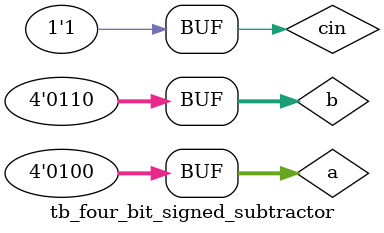
<source format=v>
module tb_four_bit_signed_subtractor;
    reg [3:0] a;
    reg [3:0] b;
    reg cin;
    wire [3:0] out;
    wire cout;

    four_bit_signed_subtractor inst(
        .a(a),
        .b(b),
        .cin(cin),
        .out(out),
        .cout(cout)
    );  
    initial begin
        cin = 1'b1;
        a = 4'b0010;
        b = 4'b0011;

        #20
        a = 4'b0100;
        b = 4'b0110;
    end
endmodule
</source>
